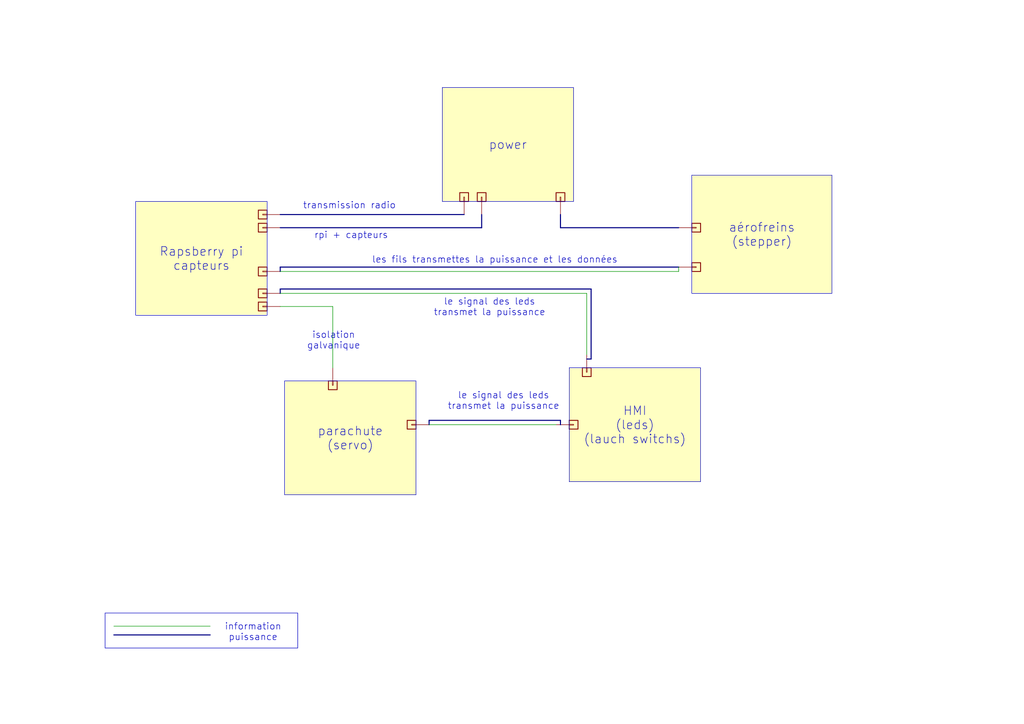
<source format=kicad_sch>
(kicad_sch (version 20250114) (generator "eeschema") (generator_version "9.0")
  (paper "A4")
  (lib_symbols
    (symbol "Connector_Generic:Conn_01x01" (pin_numbers (hide yes)) (pin_names (offset 1.016) (hide yes))
      (property "Reference" "J" (at 0 2.54 0))
      (property "Value" "Conn_01x01" (at 0 -2.54 0))
      (symbol "Conn_01x01_1_1"
        (rectangle (start -1.27 1.27) (end 1.27 -1.27) (stroke (width 0.254)) (fill (type background)))
        (rectangle (start -1.27 0.127) (end 0 -0.127) (stroke (width 0.1524)))
        (pin passive line (at -5.08 0 0) (length 3.81) (name "Pin_1") (number "1"))
      )
    )
  )
  (text "information\npuissance" (at 73.406 183.388 0) (effects (font (size 1.905 1.905))))
  (text "isolation\ngalvanique" (at 96.774 98.806 0) (effects (font (size 1.905 1.905))))
  (text "les fils transmettes la puissance et les données" (at 143.51 75.438 0) (effects (font (size 1.905 1.905))))
  (text "le signal des leds\ntransmet la puissance" (at 141.986 89.154 0) (effects (font (size 1.905 1.905))))
  (text "le signal des leds\ntransmet la puissance" (at 146.05 116.332 0) (effects (font (size 1.905 1.905))))
  (text "transmission radio" (at 101.346 59.69 0) (effects (font (size 1.905 1.905))))
  (text "rpi + capteurs" (at 101.854 68.326 0) (effects (font (size 1.905 1.905))))
  (text_box "parachute\n(servo)" (at 82.55 110.49 0) (size 38.1 33.02) (margins 0.9525 0.9525 0.9525 0.9525) (fill (type color) (color 255 255 194 1)) (effects (font (size 2.54 2.54))))
  (text_box "" (at 30.48 177.8 0) (size 55.88 10.16) (margins 0.9525 0.9525 0.9525 0.9525) (effects (font (size 1.27 1.27))))
  (text_box "aérofreins\n(stepper)" (at 200.66 50.8 0) (size 40.64 34.29) (margins 0.9525 0.9525 0.9525 0.9525) (fill (type color) (color 255 255 194 1)) (effects (font (size 2.54 2.54))))
  (text_box "power" (at 128.27 25.4 0) (size 38.1 33.02) (margins 0.9525 0.9525 0.9525 0.9525) (fill (type color) (color 255 255 194 1)) (effects (font (size 2.54 2.54))))
  (text_box "Rapsberry pi\ncapteurs" (at 39.37 58.42 0) (size 38.1 33.02) (margins 0.9525 0.9525 0.9525 0.9525) (fill (type color) (color 255 255 194 1)) (effects (font (size 2.54 2.54))))
  (text_box "HMI\n(leds)\n(lauch switchs)" (at 165.1 106.68 0) (size 38.1 33.02) (margins 0.9525 0.9525 0.9525 0.9525) (fill (type color) (color 255 255 194 1)) (effects (font (size 2.54 2.54))))
  (wire (pts (xy 196.85 78.74) (xy 196.85 77.47)))
  (bus (pts (xy 81.28 77.47) (xy 196.85 77.47)))
  (bus (pts (xy 81.28 83.82) (xy 171.45 83.82)))
  (wire (pts (xy 96.52 106.68) (xy 96.52 88.9)))
  (bus (pts (xy 81.28 62.23) (xy 134.62 62.23)))
  (bus (pts (xy 162.56 66.04) (xy 196.85 66.04)))
  (bus (pts (xy 171.45 83.82) (xy 171.45 104.14)))
  (wire (pts (xy 170.18 85.09) (xy 170.18 102.87)))
  (bus (pts (xy 170.18 104.14) (xy 171.45 104.14)))
  (bus (pts (xy 33.02 184.15) (xy 60.96 184.15)))
  (bus (pts (xy 81.28 66.04) (xy 139.7 66.04)))
  (wire (pts (xy 81.28 78.74) (xy 196.85 78.74)))
  (wire (pts (xy 96.52 88.9) (xy 81.28 88.9)))
  (wire (pts (xy 81.28 85.09) (xy 170.18 85.09)))
  (wire (pts (xy 124.46 123.19) (xy 161.29 123.19)))
  (bus (pts (xy 124.46 121.92) (xy 162.56 121.92)))
  (bus (pts (xy 139.7 62.23) (xy 139.7 66.04)))
  (bus (pts (xy 162.56 62.23) (xy 162.56 66.04)))
  (bus (pts (xy 162.56 121.92) (xy 162.56 123.19)))
  (wire (pts (xy 33.02 181.61) (xy 60.96 181.61)))
  (bus (pts (xy 81.28 83.82) (xy 81.28 85.09)))
  (bus (pts (xy 124.46 121.92) (xy 124.46 123.19)))
  (bus (pts (xy 81.28 78.74) (xy 81.28 77.47)))
  (symbol (lib_id "Connector_Generic:Conn_01x01") (at 201.93 77.47 0) (unit 1)
    (property "Reference" "J13" (effects (hide yes)))
    (property "Value" "Conn_01x01" (effects (hide yes)))
    (property "Description" "Generic connector, single row, 01x01, script generated (kicad-library-utils/schlib/autogen/connector/)" (effects (hide yes)))
  )
  (symbol (lib_id "Connector_Generic:Conn_01x01") (at 76.2 78.74 180) (unit 1)
    (property "Reference" "J14" (effects (hide yes)))
    (property "Value" "Conn_01x01" (effects (hide yes)))
    (property "Description" "Generic connector, single row, 01x01, script generated (kicad-library-utils/schlib/autogen/connector/)" (effects (hide yes)))
  )
  (symbol (lib_id "Connector_Generic:Conn_01x01") (at 76.2 88.9 180) (unit 1)
    (property "Reference" "J2" (effects (hide yes)))
    (property "Value" "Conn_01x01" (effects (hide yes)))
    (property "Description" "Generic connector, single row, 01x01, script generated (kicad-library-utils/schlib/autogen/connector/)" (effects (hide yes)))
  )
  (symbol (lib_id "Connector_Generic:Conn_01x01") (at 119.38 123.19 180) (unit 1)
    (property "Reference" "J3" (effects (hide yes)))
    (property "Value" "Conn_01x01" (effects (hide yes)))
    (property "Description" "Generic connector, single row, 01x01, script generated (kicad-library-utils/schlib/autogen/connector/)" (effects (hide yes)))
  )
  (symbol (lib_id "Connector_Generic:Conn_01x01") (at 170.18 107.95 270) (unit 1)
    (property "Reference" "J6" (effects (hide yes)))
    (property "Value" "Conn_01x01" (effects (hide yes)))
    (property "Description" "Generic connector, single row, 01x01, script generated (kicad-library-utils/schlib/autogen/connector/)" (effects (hide yes)))
  )
  (symbol (lib_id "Connector_Generic:Conn_01x01") (at 76.2 62.23 180) (unit 1)
    (property "Reference" "J8" (effects (hide yes)))
    (property "Value" "Conn_01x01" (effects (hide yes)))
    (property "Description" "Generic connector, single row, 01x01, script generated (kicad-library-utils/schlib/autogen/connector/)" (effects (hide yes)))
  )
  (symbol (lib_id "Connector_Generic:Conn_01x01") (at 76.2 66.04 180) (unit 1)
    (property "Reference" "J9" (effects (hide yes)))
    (property "Value" "Conn_01x01" (effects (hide yes)))
    (property "Description" "Generic connector, single row, 01x01, script generated (kicad-library-utils/schlib/autogen/connector/)" (effects (hide yes)))
  )
  (symbol (lib_id "Connector_Generic:Conn_01x01") (at 96.52 111.76 270) (unit 1)
    (property "Reference" "J5" (effects (hide yes)))
    (property "Value" "Conn_01x01" (effects (hide yes)))
    (property "Description" "Generic connector, single row, 01x01, script generated (kicad-library-utils/schlib/autogen/connector/)" (effects (hide yes)))
  )
  (symbol (lib_id "Connector_Generic:Conn_01x01") (at 201.93 66.04 0) (unit 1)
    (property "Reference" "J12" (effects (hide yes)))
    (property "Value" "Conn_01x01" (effects (hide yes)))
    (property "Description" "Generic connector, single row, 01x01, script generated (kicad-library-utils/schlib/autogen/connector/)" (effects (hide yes)))
  )
  (symbol (lib_id "Connector_Generic:Conn_01x01") (at 76.2 85.09 180) (unit 1)
    (property "Reference" "J7" (effects (hide yes)))
    (property "Value" "Conn_01x01" (effects (hide yes)))
    (property "Description" "Generic connector, single row, 01x01, script generated (kicad-library-utils/schlib/autogen/connector/)" (effects (hide yes)))
  )
  (symbol (lib_id "Connector_Generic:Conn_01x01") (at 134.62 57.15 90) (unit 1)
    (property "Reference" "J1" (effects (hide yes)))
    (property "Value" "Conn_01x01" (effects (hide yes)))
    (property "Description" "Generic connector, single row, 01x01, script generated (kicad-library-utils/schlib/autogen/connector/)" (effects (hide yes)))
  )
  (symbol (lib_id "Connector_Generic:Conn_01x01") (at 139.7 57.15 90) (unit 1)
    (property "Reference" "J10" (effects (hide yes)))
    (property "Value" "Conn_01x01" (effects (hide yes)))
    (property "Description" "Generic connector, single row, 01x01, script generated (kicad-library-utils/schlib/autogen/connector/)" (effects (hide yes)))
  )
  (symbol (lib_id "Connector_Generic:Conn_01x01") (at 166.37 123.19 0) (unit 1)
    (property "Reference" "J4" (effects (hide yes)))
    (property "Value" "Conn_01x01" (effects (hide yes)))
    (property "Description" "Generic connector, single row, 01x01, script generated (kicad-library-utils/schlib/autogen/connector/)" (effects (hide yes)))
  )
  (symbol (lib_id "Connector_Generic:Conn_01x01") (at 162.56 57.15 90) (unit 1)
    (property "Reference" "J11" (effects (hide yes)))
    (property "Value" "Conn_01x01" (effects (hide yes)))
    (property "Description" "Generic connector, single row, 01x01, script generated (kicad-library-utils/schlib/autogen/connector/)" (effects (hide yes)))
  )
)
</source>
